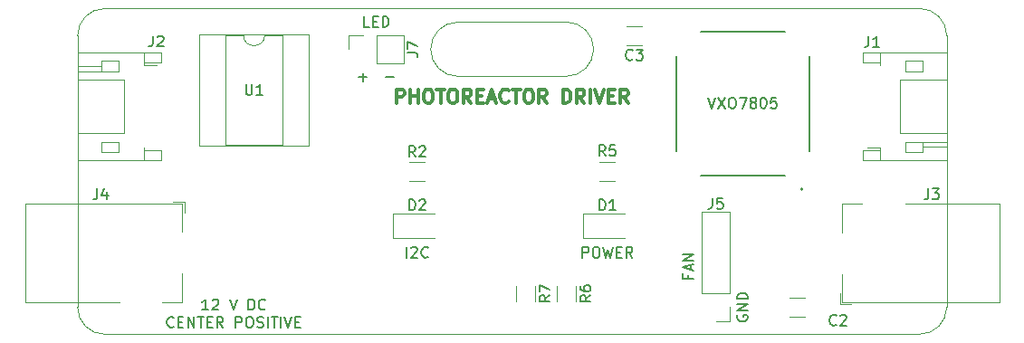
<source format=gbr>
%TF.GenerationSoftware,KiCad,Pcbnew,5.1.8+dfsg1-1+b1*%
%TF.CreationDate,2021-04-24T17:30:00-05:00*%
%TF.ProjectId,driver,64726976-6572-42e6-9b69-6361645f7063,B*%
%TF.SameCoordinates,Original*%
%TF.FileFunction,Legend,Top*%
%TF.FilePolarity,Positive*%
%FSLAX46Y46*%
G04 Gerber Fmt 4.6, Leading zero omitted, Abs format (unit mm)*
G04 Created by KiCad (PCBNEW 5.1.8+dfsg1-1+b1) date 2021-04-24 17:30:00*
%MOMM*%
%LPD*%
G01*
G04 APERTURE LIST*
%ADD10C,0.150000*%
%ADD11C,0.317500*%
%TA.AperFunction,Profile*%
%ADD12C,0.100000*%
%TD*%
%ADD13C,0.127000*%
%ADD14C,0.200000*%
%ADD15C,0.120000*%
G04 APERTURE END LIST*
D10*
X145351904Y-87082380D02*
X145685238Y-88082380D01*
X146018571Y-87082380D01*
X146256666Y-87082380D02*
X146923333Y-88082380D01*
X146923333Y-87082380D02*
X146256666Y-88082380D01*
X147494761Y-87082380D02*
X147685238Y-87082380D01*
X147780476Y-87130000D01*
X147875714Y-87225238D01*
X147923333Y-87415714D01*
X147923333Y-87749047D01*
X147875714Y-87939523D01*
X147780476Y-88034761D01*
X147685238Y-88082380D01*
X147494761Y-88082380D01*
X147399523Y-88034761D01*
X147304285Y-87939523D01*
X147256666Y-87749047D01*
X147256666Y-87415714D01*
X147304285Y-87225238D01*
X147399523Y-87130000D01*
X147494761Y-87082380D01*
X148256666Y-87082380D02*
X148923333Y-87082380D01*
X148494761Y-88082380D01*
X149447142Y-87510952D02*
X149351904Y-87463333D01*
X149304285Y-87415714D01*
X149256666Y-87320476D01*
X149256666Y-87272857D01*
X149304285Y-87177619D01*
X149351904Y-87130000D01*
X149447142Y-87082380D01*
X149637619Y-87082380D01*
X149732857Y-87130000D01*
X149780476Y-87177619D01*
X149828095Y-87272857D01*
X149828095Y-87320476D01*
X149780476Y-87415714D01*
X149732857Y-87463333D01*
X149637619Y-87510952D01*
X149447142Y-87510952D01*
X149351904Y-87558571D01*
X149304285Y-87606190D01*
X149256666Y-87701428D01*
X149256666Y-87891904D01*
X149304285Y-87987142D01*
X149351904Y-88034761D01*
X149447142Y-88082380D01*
X149637619Y-88082380D01*
X149732857Y-88034761D01*
X149780476Y-87987142D01*
X149828095Y-87891904D01*
X149828095Y-87701428D01*
X149780476Y-87606190D01*
X149732857Y-87558571D01*
X149637619Y-87510952D01*
X150447142Y-87082380D02*
X150542380Y-87082380D01*
X150637619Y-87130000D01*
X150685238Y-87177619D01*
X150732857Y-87272857D01*
X150780476Y-87463333D01*
X150780476Y-87701428D01*
X150732857Y-87891904D01*
X150685238Y-87987142D01*
X150637619Y-88034761D01*
X150542380Y-88082380D01*
X150447142Y-88082380D01*
X150351904Y-88034761D01*
X150304285Y-87987142D01*
X150256666Y-87891904D01*
X150209047Y-87701428D01*
X150209047Y-87463333D01*
X150256666Y-87272857D01*
X150304285Y-87177619D01*
X150351904Y-87130000D01*
X150447142Y-87082380D01*
X151685238Y-87082380D02*
X151209047Y-87082380D01*
X151161428Y-87558571D01*
X151209047Y-87510952D01*
X151304285Y-87463333D01*
X151542380Y-87463333D01*
X151637619Y-87510952D01*
X151685238Y-87558571D01*
X151732857Y-87653809D01*
X151732857Y-87891904D01*
X151685238Y-87987142D01*
X151637619Y-88034761D01*
X151542380Y-88082380D01*
X151304285Y-88082380D01*
X151209047Y-88034761D01*
X151161428Y-87987142D01*
X143438571Y-103679523D02*
X143438571Y-104012857D01*
X143962380Y-104012857D02*
X142962380Y-104012857D01*
X142962380Y-103536666D01*
X143676666Y-103203333D02*
X143676666Y-102727142D01*
X143962380Y-103298571D02*
X142962380Y-102965238D01*
X143962380Y-102631904D01*
X143962380Y-102298571D02*
X142962380Y-102298571D01*
X143962380Y-101727142D01*
X142962380Y-101727142D01*
X148090000Y-107441904D02*
X148042380Y-107537142D01*
X148042380Y-107680000D01*
X148090000Y-107822857D01*
X148185238Y-107918095D01*
X148280476Y-107965714D01*
X148470952Y-108013333D01*
X148613809Y-108013333D01*
X148804285Y-107965714D01*
X148899523Y-107918095D01*
X148994761Y-107822857D01*
X149042380Y-107680000D01*
X149042380Y-107584761D01*
X148994761Y-107441904D01*
X148947142Y-107394285D01*
X148613809Y-107394285D01*
X148613809Y-107584761D01*
X149042380Y-106965714D02*
X148042380Y-106965714D01*
X149042380Y-106394285D01*
X148042380Y-106394285D01*
X149042380Y-105918095D02*
X148042380Y-105918095D01*
X148042380Y-105680000D01*
X148090000Y-105537142D01*
X148185238Y-105441904D01*
X148280476Y-105394285D01*
X148470952Y-105346666D01*
X148613809Y-105346666D01*
X148804285Y-105394285D01*
X148899523Y-105441904D01*
X148994761Y-105537142D01*
X149042380Y-105680000D01*
X149042380Y-105918095D01*
X115189047Y-85161428D02*
X115950952Y-85161428D01*
X112649047Y-85161428D02*
X113410952Y-85161428D01*
X113030000Y-85542380D02*
X113030000Y-84780476D01*
X117133809Y-102052380D02*
X117133809Y-101052380D01*
X117562380Y-101147619D02*
X117610000Y-101100000D01*
X117705238Y-101052380D01*
X117943333Y-101052380D01*
X118038571Y-101100000D01*
X118086190Y-101147619D01*
X118133809Y-101242857D01*
X118133809Y-101338095D01*
X118086190Y-101480952D01*
X117514761Y-102052380D01*
X118133809Y-102052380D01*
X119133809Y-101957142D02*
X119086190Y-102004761D01*
X118943333Y-102052380D01*
X118848095Y-102052380D01*
X118705238Y-102004761D01*
X118610000Y-101909523D01*
X118562380Y-101814285D01*
X118514761Y-101623809D01*
X118514761Y-101480952D01*
X118562380Y-101290476D01*
X118610000Y-101195238D01*
X118705238Y-101100000D01*
X118848095Y-101052380D01*
X118943333Y-101052380D01*
X119086190Y-101100000D01*
X119133809Y-101147619D01*
X133580476Y-102052380D02*
X133580476Y-101052380D01*
X133961428Y-101052380D01*
X134056666Y-101100000D01*
X134104285Y-101147619D01*
X134151904Y-101242857D01*
X134151904Y-101385714D01*
X134104285Y-101480952D01*
X134056666Y-101528571D01*
X133961428Y-101576190D01*
X133580476Y-101576190D01*
X134770952Y-101052380D02*
X134961428Y-101052380D01*
X135056666Y-101100000D01*
X135151904Y-101195238D01*
X135199523Y-101385714D01*
X135199523Y-101719047D01*
X135151904Y-101909523D01*
X135056666Y-102004761D01*
X134961428Y-102052380D01*
X134770952Y-102052380D01*
X134675714Y-102004761D01*
X134580476Y-101909523D01*
X134532857Y-101719047D01*
X134532857Y-101385714D01*
X134580476Y-101195238D01*
X134675714Y-101100000D01*
X134770952Y-101052380D01*
X135532857Y-101052380D02*
X135770952Y-102052380D01*
X135961428Y-101338095D01*
X136151904Y-102052380D01*
X136390000Y-101052380D01*
X136770952Y-101528571D02*
X137104285Y-101528571D01*
X137247142Y-102052380D02*
X136770952Y-102052380D01*
X136770952Y-101052380D01*
X137247142Y-101052380D01*
X138247142Y-102052380D02*
X137913809Y-101576190D01*
X137675714Y-102052380D02*
X137675714Y-101052380D01*
X138056666Y-101052380D01*
X138151904Y-101100000D01*
X138199523Y-101147619D01*
X138247142Y-101242857D01*
X138247142Y-101385714D01*
X138199523Y-101480952D01*
X138151904Y-101528571D01*
X138056666Y-101576190D01*
X137675714Y-101576190D01*
X98584047Y-106942380D02*
X98012619Y-106942380D01*
X98298333Y-106942380D02*
X98298333Y-105942380D01*
X98203095Y-106085238D01*
X98107857Y-106180476D01*
X98012619Y-106228095D01*
X98965000Y-106037619D02*
X99012619Y-105990000D01*
X99107857Y-105942380D01*
X99345952Y-105942380D01*
X99441190Y-105990000D01*
X99488809Y-106037619D01*
X99536428Y-106132857D01*
X99536428Y-106228095D01*
X99488809Y-106370952D01*
X98917380Y-106942380D01*
X99536428Y-106942380D01*
X100584047Y-105942380D02*
X100917380Y-106942380D01*
X101250714Y-105942380D01*
X102345952Y-106942380D02*
X102345952Y-105942380D01*
X102584047Y-105942380D01*
X102726904Y-105990000D01*
X102822142Y-106085238D01*
X102869761Y-106180476D01*
X102917380Y-106370952D01*
X102917380Y-106513809D01*
X102869761Y-106704285D01*
X102822142Y-106799523D01*
X102726904Y-106894761D01*
X102584047Y-106942380D01*
X102345952Y-106942380D01*
X103917380Y-106847142D02*
X103869761Y-106894761D01*
X103726904Y-106942380D01*
X103631666Y-106942380D01*
X103488809Y-106894761D01*
X103393571Y-106799523D01*
X103345952Y-106704285D01*
X103298333Y-106513809D01*
X103298333Y-106370952D01*
X103345952Y-106180476D01*
X103393571Y-106085238D01*
X103488809Y-105990000D01*
X103631666Y-105942380D01*
X103726904Y-105942380D01*
X103869761Y-105990000D01*
X103917380Y-106037619D01*
X95345952Y-108497142D02*
X95298333Y-108544761D01*
X95155476Y-108592380D01*
X95060238Y-108592380D01*
X94917380Y-108544761D01*
X94822142Y-108449523D01*
X94774523Y-108354285D01*
X94726904Y-108163809D01*
X94726904Y-108020952D01*
X94774523Y-107830476D01*
X94822142Y-107735238D01*
X94917380Y-107640000D01*
X95060238Y-107592380D01*
X95155476Y-107592380D01*
X95298333Y-107640000D01*
X95345952Y-107687619D01*
X95774523Y-108068571D02*
X96107857Y-108068571D01*
X96250714Y-108592380D02*
X95774523Y-108592380D01*
X95774523Y-107592380D01*
X96250714Y-107592380D01*
X96679285Y-108592380D02*
X96679285Y-107592380D01*
X97250714Y-108592380D01*
X97250714Y-107592380D01*
X97584047Y-107592380D02*
X98155476Y-107592380D01*
X97869761Y-108592380D02*
X97869761Y-107592380D01*
X98488809Y-108068571D02*
X98822142Y-108068571D01*
X98965000Y-108592380D02*
X98488809Y-108592380D01*
X98488809Y-107592380D01*
X98965000Y-107592380D01*
X99965000Y-108592380D02*
X99631666Y-108116190D01*
X99393571Y-108592380D02*
X99393571Y-107592380D01*
X99774523Y-107592380D01*
X99869761Y-107640000D01*
X99917380Y-107687619D01*
X99965000Y-107782857D01*
X99965000Y-107925714D01*
X99917380Y-108020952D01*
X99869761Y-108068571D01*
X99774523Y-108116190D01*
X99393571Y-108116190D01*
X101155476Y-108592380D02*
X101155476Y-107592380D01*
X101536428Y-107592380D01*
X101631666Y-107640000D01*
X101679285Y-107687619D01*
X101726904Y-107782857D01*
X101726904Y-107925714D01*
X101679285Y-108020952D01*
X101631666Y-108068571D01*
X101536428Y-108116190D01*
X101155476Y-108116190D01*
X102345952Y-107592380D02*
X102536428Y-107592380D01*
X102631666Y-107640000D01*
X102726904Y-107735238D01*
X102774523Y-107925714D01*
X102774523Y-108259047D01*
X102726904Y-108449523D01*
X102631666Y-108544761D01*
X102536428Y-108592380D01*
X102345952Y-108592380D01*
X102250714Y-108544761D01*
X102155476Y-108449523D01*
X102107857Y-108259047D01*
X102107857Y-107925714D01*
X102155476Y-107735238D01*
X102250714Y-107640000D01*
X102345952Y-107592380D01*
X103155476Y-108544761D02*
X103298333Y-108592380D01*
X103536428Y-108592380D01*
X103631666Y-108544761D01*
X103679285Y-108497142D01*
X103726904Y-108401904D01*
X103726904Y-108306666D01*
X103679285Y-108211428D01*
X103631666Y-108163809D01*
X103536428Y-108116190D01*
X103345952Y-108068571D01*
X103250714Y-108020952D01*
X103203095Y-107973333D01*
X103155476Y-107878095D01*
X103155476Y-107782857D01*
X103203095Y-107687619D01*
X103250714Y-107640000D01*
X103345952Y-107592380D01*
X103584047Y-107592380D01*
X103726904Y-107640000D01*
X104155476Y-108592380D02*
X104155476Y-107592380D01*
X104488809Y-107592380D02*
X105060238Y-107592380D01*
X104774523Y-108592380D02*
X104774523Y-107592380D01*
X105393571Y-108592380D02*
X105393571Y-107592380D01*
X105726904Y-107592380D02*
X106060238Y-108592380D01*
X106393571Y-107592380D01*
X106726904Y-108068571D02*
X107060238Y-108068571D01*
X107203095Y-108592380D02*
X106726904Y-108592380D01*
X106726904Y-107592380D01*
X107203095Y-107592380D01*
D11*
X116205000Y-87569523D02*
X116205000Y-86299523D01*
X116688809Y-86299523D01*
X116809761Y-86360000D01*
X116870238Y-86420476D01*
X116930714Y-86541428D01*
X116930714Y-86722857D01*
X116870238Y-86843809D01*
X116809761Y-86904285D01*
X116688809Y-86964761D01*
X116205000Y-86964761D01*
X117475000Y-87569523D02*
X117475000Y-86299523D01*
X117475000Y-86904285D02*
X118200714Y-86904285D01*
X118200714Y-87569523D02*
X118200714Y-86299523D01*
X119047380Y-86299523D02*
X119289285Y-86299523D01*
X119410238Y-86360000D01*
X119531190Y-86480952D01*
X119591666Y-86722857D01*
X119591666Y-87146190D01*
X119531190Y-87388095D01*
X119410238Y-87509047D01*
X119289285Y-87569523D01*
X119047380Y-87569523D01*
X118926428Y-87509047D01*
X118805476Y-87388095D01*
X118745000Y-87146190D01*
X118745000Y-86722857D01*
X118805476Y-86480952D01*
X118926428Y-86360000D01*
X119047380Y-86299523D01*
X119954523Y-86299523D02*
X120680238Y-86299523D01*
X120317380Y-87569523D02*
X120317380Y-86299523D01*
X121345476Y-86299523D02*
X121587380Y-86299523D01*
X121708333Y-86360000D01*
X121829285Y-86480952D01*
X121889761Y-86722857D01*
X121889761Y-87146190D01*
X121829285Y-87388095D01*
X121708333Y-87509047D01*
X121587380Y-87569523D01*
X121345476Y-87569523D01*
X121224523Y-87509047D01*
X121103571Y-87388095D01*
X121043095Y-87146190D01*
X121043095Y-86722857D01*
X121103571Y-86480952D01*
X121224523Y-86360000D01*
X121345476Y-86299523D01*
X123159761Y-87569523D02*
X122736428Y-86964761D01*
X122434047Y-87569523D02*
X122434047Y-86299523D01*
X122917857Y-86299523D01*
X123038809Y-86360000D01*
X123099285Y-86420476D01*
X123159761Y-86541428D01*
X123159761Y-86722857D01*
X123099285Y-86843809D01*
X123038809Y-86904285D01*
X122917857Y-86964761D01*
X122434047Y-86964761D01*
X123704047Y-86904285D02*
X124127380Y-86904285D01*
X124308809Y-87569523D02*
X123704047Y-87569523D01*
X123704047Y-86299523D01*
X124308809Y-86299523D01*
X124792619Y-87206666D02*
X125397380Y-87206666D01*
X124671666Y-87569523D02*
X125095000Y-86299523D01*
X125518333Y-87569523D01*
X126667380Y-87448571D02*
X126606904Y-87509047D01*
X126425476Y-87569523D01*
X126304523Y-87569523D01*
X126123095Y-87509047D01*
X126002142Y-87388095D01*
X125941666Y-87267142D01*
X125881190Y-87025238D01*
X125881190Y-86843809D01*
X125941666Y-86601904D01*
X126002142Y-86480952D01*
X126123095Y-86360000D01*
X126304523Y-86299523D01*
X126425476Y-86299523D01*
X126606904Y-86360000D01*
X126667380Y-86420476D01*
X127030238Y-86299523D02*
X127755952Y-86299523D01*
X127393095Y-87569523D02*
X127393095Y-86299523D01*
X128421190Y-86299523D02*
X128663095Y-86299523D01*
X128784047Y-86360000D01*
X128905000Y-86480952D01*
X128965476Y-86722857D01*
X128965476Y-87146190D01*
X128905000Y-87388095D01*
X128784047Y-87509047D01*
X128663095Y-87569523D01*
X128421190Y-87569523D01*
X128300238Y-87509047D01*
X128179285Y-87388095D01*
X128118809Y-87146190D01*
X128118809Y-86722857D01*
X128179285Y-86480952D01*
X128300238Y-86360000D01*
X128421190Y-86299523D01*
X130235476Y-87569523D02*
X129812142Y-86964761D01*
X129509761Y-87569523D02*
X129509761Y-86299523D01*
X129993571Y-86299523D01*
X130114523Y-86360000D01*
X130175000Y-86420476D01*
X130235476Y-86541428D01*
X130235476Y-86722857D01*
X130175000Y-86843809D01*
X130114523Y-86904285D01*
X129993571Y-86964761D01*
X129509761Y-86964761D01*
X131747380Y-87569523D02*
X131747380Y-86299523D01*
X132049761Y-86299523D01*
X132231190Y-86360000D01*
X132352142Y-86480952D01*
X132412619Y-86601904D01*
X132473095Y-86843809D01*
X132473095Y-87025238D01*
X132412619Y-87267142D01*
X132352142Y-87388095D01*
X132231190Y-87509047D01*
X132049761Y-87569523D01*
X131747380Y-87569523D01*
X133743095Y-87569523D02*
X133319761Y-86964761D01*
X133017380Y-87569523D02*
X133017380Y-86299523D01*
X133501190Y-86299523D01*
X133622142Y-86360000D01*
X133682619Y-86420476D01*
X133743095Y-86541428D01*
X133743095Y-86722857D01*
X133682619Y-86843809D01*
X133622142Y-86904285D01*
X133501190Y-86964761D01*
X133017380Y-86964761D01*
X134287380Y-87569523D02*
X134287380Y-86299523D01*
X134710714Y-86299523D02*
X135134047Y-87569523D01*
X135557380Y-86299523D01*
X135980714Y-86904285D02*
X136404047Y-86904285D01*
X136585476Y-87569523D02*
X135980714Y-87569523D01*
X135980714Y-86299523D01*
X136585476Y-86299523D01*
X137855476Y-87569523D02*
X137432142Y-86964761D01*
X137129761Y-87569523D02*
X137129761Y-86299523D01*
X137613571Y-86299523D01*
X137734523Y-86360000D01*
X137795000Y-86420476D01*
X137855476Y-86541428D01*
X137855476Y-86722857D01*
X137795000Y-86843809D01*
X137734523Y-86904285D01*
X137613571Y-86964761D01*
X137129761Y-86964761D01*
D10*
X113657142Y-80462380D02*
X113180952Y-80462380D01*
X113180952Y-79462380D01*
X113990476Y-79938571D02*
X114323809Y-79938571D01*
X114466666Y-80462380D02*
X113990476Y-80462380D01*
X113990476Y-79462380D01*
X114466666Y-79462380D01*
X114895238Y-80462380D02*
X114895238Y-79462380D01*
X115133333Y-79462380D01*
X115276190Y-79510000D01*
X115371428Y-79605238D01*
X115419047Y-79700476D01*
X115466666Y-79890952D01*
X115466666Y-80033809D01*
X115419047Y-80224285D01*
X115371428Y-80319523D01*
X115276190Y-80414761D01*
X115133333Y-80462380D01*
X114895238Y-80462380D01*
D12*
X121920000Y-85090000D02*
G75*
G02*
X119380000Y-82550000I0J2540000D01*
G01*
X165100000Y-78740000D02*
X88900000Y-78740000D01*
X119380000Y-82550000D02*
G75*
G02*
X121920000Y-80010000I2540000J0D01*
G01*
X132080000Y-80010000D02*
G75*
G02*
X134620000Y-82550000I0J-2540000D01*
G01*
X134620000Y-82550000D02*
G75*
G02*
X132080000Y-85090000I-2540000J0D01*
G01*
X132080000Y-80010000D02*
X121920000Y-80010000D01*
X132080000Y-85090000D02*
X121920000Y-85090000D01*
X165100000Y-109220000D02*
X88900000Y-109220000D01*
X86360000Y-81280000D02*
X86360000Y-106680000D01*
X167640000Y-106680000D02*
X167640000Y-81280000D01*
X86360000Y-81280000D02*
G75*
G02*
X88900000Y-78740000I2540000J0D01*
G01*
X88900000Y-109220000D02*
G75*
G02*
X86360000Y-106680000I0J2540000D01*
G01*
X167640000Y-106680000D02*
G75*
G02*
X165100000Y-109220000I-2540000J0D01*
G01*
X165100000Y-78740000D02*
G75*
G02*
X167640000Y-81280000I0J-2540000D01*
G01*
D13*
%TO.C,PS1*%
X154840000Y-83200000D02*
X154840000Y-92060000D01*
X142340000Y-92060000D02*
X142340000Y-83200000D01*
X144660000Y-80880000D02*
X152520000Y-80880000D01*
D14*
X154190000Y-95630000D02*
G75*
G03*
X154190000Y-95630000I-100000J0D01*
G01*
D13*
X152520000Y-94380000D02*
X144660000Y-94380000D01*
D15*
%TO.C,R7*%
X129180000Y-104682936D02*
X129180000Y-106137064D01*
X127360000Y-104682936D02*
X127360000Y-106137064D01*
%TO.C,R6*%
X132990000Y-104682936D02*
X132990000Y-106137064D01*
X131170000Y-104682936D02*
X131170000Y-106137064D01*
%TO.C,J1*%
X161430000Y-91760000D02*
X161430000Y-92040000D01*
X161430000Y-92040000D02*
X159830000Y-92040000D01*
X159830000Y-92040000D02*
X159830000Y-92960000D01*
X159830000Y-92960000D02*
X167650000Y-92960000D01*
X167650000Y-92960000D02*
X167650000Y-82840000D01*
X167650000Y-82840000D02*
X159830000Y-82840000D01*
X159830000Y-82840000D02*
X159830000Y-83760000D01*
X159830000Y-83760000D02*
X161430000Y-83760000D01*
X161430000Y-83760000D02*
X161430000Y-84040000D01*
X167650000Y-90400000D02*
X163290000Y-90400000D01*
X163290000Y-90400000D02*
X163290000Y-85400000D01*
X163290000Y-85400000D02*
X167650000Y-85400000D01*
X161430000Y-92960000D02*
X161430000Y-92040000D01*
X161430000Y-82840000D02*
X161430000Y-83760000D01*
X163790000Y-92200000D02*
X165390000Y-92200000D01*
X165390000Y-92200000D02*
X165390000Y-91200000D01*
X165390000Y-91200000D02*
X163790000Y-91200000D01*
X163790000Y-91200000D02*
X163790000Y-92200000D01*
X163790000Y-83600000D02*
X165390000Y-83600000D01*
X165390000Y-83600000D02*
X165390000Y-84600000D01*
X165390000Y-84600000D02*
X163790000Y-84600000D01*
X163790000Y-84600000D02*
X163790000Y-83600000D01*
X165390000Y-91200000D02*
X167650000Y-91200000D01*
X165390000Y-91700000D02*
X167650000Y-91700000D01*
X161430000Y-91760000D02*
X160215000Y-91760000D01*
%TO.C,R5*%
X135162936Y-93070000D02*
X136617064Y-93070000D01*
X135162936Y-94890000D02*
X136617064Y-94890000D01*
%TO.C,R2*%
X117382936Y-93070000D02*
X118837064Y-93070000D01*
X117382936Y-94890000D02*
X118837064Y-94890000D01*
%TO.C,C3*%
X139141252Y-82190000D02*
X137718748Y-82190000D01*
X139141252Y-80370000D02*
X137718748Y-80370000D01*
%TO.C,C2*%
X152958748Y-105770000D02*
X154381252Y-105770000D01*
X152958748Y-107590000D02*
X154381252Y-107590000D01*
%TO.C,D1*%
X137490000Y-97925000D02*
X133605000Y-97925000D01*
X133605000Y-97925000D02*
X133605000Y-100195000D01*
X133605000Y-100195000D02*
X137490000Y-100195000D01*
%TO.C,J4*%
X96150000Y-97000000D02*
X96150000Y-99600000D01*
X81450000Y-97000000D02*
X96150000Y-97000000D01*
X96150000Y-106200000D02*
X94250000Y-106200000D01*
X96150000Y-103500000D02*
X96150000Y-106200000D01*
X81450000Y-106200000D02*
X81450000Y-97000000D01*
X90250000Y-106200000D02*
X81450000Y-106200000D01*
X95300000Y-96800000D02*
X96350000Y-96800000D01*
X96350000Y-97850000D02*
X96350000Y-96800000D01*
%TO.C,J3*%
X157650000Y-105350000D02*
X157650000Y-106400000D01*
X158700000Y-106400000D02*
X157650000Y-106400000D01*
X163750000Y-97000000D02*
X172550000Y-97000000D01*
X172550000Y-97000000D02*
X172550000Y-106200000D01*
X157850000Y-99700000D02*
X157850000Y-97000000D01*
X157850000Y-97000000D02*
X159750000Y-97000000D01*
X172550000Y-106200000D02*
X157850000Y-106200000D01*
X157850000Y-106200000D02*
X157850000Y-103600000D01*
%TO.C,D2*%
X115825000Y-100195000D02*
X119710000Y-100195000D01*
X115825000Y-97925000D02*
X115825000Y-100195000D01*
X119710000Y-97925000D02*
X115825000Y-97925000D01*
%TO.C,J2*%
X92570000Y-84040000D02*
X92570000Y-83760000D01*
X92570000Y-83760000D02*
X94170000Y-83760000D01*
X94170000Y-83760000D02*
X94170000Y-82840000D01*
X94170000Y-82840000D02*
X86350000Y-82840000D01*
X86350000Y-82840000D02*
X86350000Y-92960000D01*
X86350000Y-92960000D02*
X94170000Y-92960000D01*
X94170000Y-92960000D02*
X94170000Y-92040000D01*
X94170000Y-92040000D02*
X92570000Y-92040000D01*
X92570000Y-92040000D02*
X92570000Y-91760000D01*
X86350000Y-85400000D02*
X90710000Y-85400000D01*
X90710000Y-85400000D02*
X90710000Y-90400000D01*
X90710000Y-90400000D02*
X86350000Y-90400000D01*
X92570000Y-82840000D02*
X92570000Y-83760000D01*
X92570000Y-92960000D02*
X92570000Y-92040000D01*
X90210000Y-83600000D02*
X88610000Y-83600000D01*
X88610000Y-83600000D02*
X88610000Y-84600000D01*
X88610000Y-84600000D02*
X90210000Y-84600000D01*
X90210000Y-84600000D02*
X90210000Y-83600000D01*
X90210000Y-92200000D02*
X88610000Y-92200000D01*
X88610000Y-92200000D02*
X88610000Y-91200000D01*
X88610000Y-91200000D02*
X90210000Y-91200000D01*
X90210000Y-91200000D02*
X90210000Y-92200000D01*
X88610000Y-84600000D02*
X86350000Y-84600000D01*
X88610000Y-84100000D02*
X86350000Y-84100000D01*
X92570000Y-84040000D02*
X93785000Y-84040000D01*
%TO.C,U1*%
X108010000Y-81160000D02*
X97730000Y-81160000D01*
X108010000Y-91560000D02*
X108010000Y-81160000D01*
X97730000Y-91560000D02*
X108010000Y-91560000D01*
X97730000Y-81160000D02*
X97730000Y-91560000D01*
X105520000Y-81220000D02*
X103870000Y-81220000D01*
X105520000Y-91500000D02*
X105520000Y-81220000D01*
X100220000Y-91500000D02*
X105520000Y-91500000D01*
X100220000Y-81220000D02*
X100220000Y-91500000D01*
X101870000Y-81220000D02*
X100220000Y-81220000D01*
X103870000Y-81220000D02*
G75*
G02*
X101870000Y-81220000I-1000000J0D01*
G01*
%TO.C,J5*%
X147380000Y-97730000D02*
X144720000Y-97730000D01*
X147380000Y-105410000D02*
X147380000Y-97730000D01*
X144720000Y-105410000D02*
X144720000Y-97730000D01*
X147380000Y-105410000D02*
X144720000Y-105410000D01*
X147380000Y-106680000D02*
X147380000Y-108010000D01*
X147380000Y-108010000D02*
X146050000Y-108010000D01*
%TO.C,J7*%
X111700000Y-82550000D02*
X111700000Y-81220000D01*
X111700000Y-81220000D02*
X113030000Y-81220000D01*
X114300000Y-81220000D02*
X116900000Y-81220000D01*
X116900000Y-83880000D02*
X116900000Y-81220000D01*
X114300000Y-83880000D02*
X116900000Y-83880000D01*
X114300000Y-83880000D02*
X114300000Y-81220000D01*
%TD*%
%TO.C,R7*%
D10*
X130542380Y-105576666D02*
X130066190Y-105910000D01*
X130542380Y-106148095D02*
X129542380Y-106148095D01*
X129542380Y-105767142D01*
X129590000Y-105671904D01*
X129637619Y-105624285D01*
X129732857Y-105576666D01*
X129875714Y-105576666D01*
X129970952Y-105624285D01*
X130018571Y-105671904D01*
X130066190Y-105767142D01*
X130066190Y-106148095D01*
X129542380Y-105243333D02*
X129542380Y-104576666D01*
X130542380Y-105005238D01*
%TO.C,R6*%
X134352380Y-105576666D02*
X133876190Y-105910000D01*
X134352380Y-106148095D02*
X133352380Y-106148095D01*
X133352380Y-105767142D01*
X133400000Y-105671904D01*
X133447619Y-105624285D01*
X133542857Y-105576666D01*
X133685714Y-105576666D01*
X133780952Y-105624285D01*
X133828571Y-105671904D01*
X133876190Y-105767142D01*
X133876190Y-106148095D01*
X133352380Y-104719523D02*
X133352380Y-104910000D01*
X133400000Y-105005238D01*
X133447619Y-105052857D01*
X133590476Y-105148095D01*
X133780952Y-105195714D01*
X134161904Y-105195714D01*
X134257142Y-105148095D01*
X134304761Y-105100476D01*
X134352380Y-105005238D01*
X134352380Y-104814761D01*
X134304761Y-104719523D01*
X134257142Y-104671904D01*
X134161904Y-104624285D01*
X133923809Y-104624285D01*
X133828571Y-104671904D01*
X133780952Y-104719523D01*
X133733333Y-104814761D01*
X133733333Y-105005238D01*
X133780952Y-105100476D01*
X133828571Y-105148095D01*
X133923809Y-105195714D01*
%TO.C,J1*%
X160321666Y-81335380D02*
X160321666Y-82049666D01*
X160274047Y-82192523D01*
X160178809Y-82287761D01*
X160035952Y-82335380D01*
X159940714Y-82335380D01*
X161321666Y-82335380D02*
X160750238Y-82335380D01*
X161035952Y-82335380D02*
X161035952Y-81335380D01*
X160940714Y-81478238D01*
X160845476Y-81573476D01*
X160750238Y-81621095D01*
%TO.C,R5*%
X135723333Y-92527380D02*
X135390000Y-92051190D01*
X135151904Y-92527380D02*
X135151904Y-91527380D01*
X135532857Y-91527380D01*
X135628095Y-91575000D01*
X135675714Y-91622619D01*
X135723333Y-91717857D01*
X135723333Y-91860714D01*
X135675714Y-91955952D01*
X135628095Y-92003571D01*
X135532857Y-92051190D01*
X135151904Y-92051190D01*
X136628095Y-91527380D02*
X136151904Y-91527380D01*
X136104285Y-92003571D01*
X136151904Y-91955952D01*
X136247142Y-91908333D01*
X136485238Y-91908333D01*
X136580476Y-91955952D01*
X136628095Y-92003571D01*
X136675714Y-92098809D01*
X136675714Y-92336904D01*
X136628095Y-92432142D01*
X136580476Y-92479761D01*
X136485238Y-92527380D01*
X136247142Y-92527380D01*
X136151904Y-92479761D01*
X136104285Y-92432142D01*
%TO.C,R2*%
X117943333Y-92612380D02*
X117610000Y-92136190D01*
X117371904Y-92612380D02*
X117371904Y-91612380D01*
X117752857Y-91612380D01*
X117848095Y-91660000D01*
X117895714Y-91707619D01*
X117943333Y-91802857D01*
X117943333Y-91945714D01*
X117895714Y-92040952D01*
X117848095Y-92088571D01*
X117752857Y-92136190D01*
X117371904Y-92136190D01*
X118324285Y-91707619D02*
X118371904Y-91660000D01*
X118467142Y-91612380D01*
X118705238Y-91612380D01*
X118800476Y-91660000D01*
X118848095Y-91707619D01*
X118895714Y-91802857D01*
X118895714Y-91898095D01*
X118848095Y-92040952D01*
X118276666Y-92612380D01*
X118895714Y-92612380D01*
%TO.C,C3*%
X138263333Y-83487142D02*
X138215714Y-83534761D01*
X138072857Y-83582380D01*
X137977619Y-83582380D01*
X137834761Y-83534761D01*
X137739523Y-83439523D01*
X137691904Y-83344285D01*
X137644285Y-83153809D01*
X137644285Y-83010952D01*
X137691904Y-82820476D01*
X137739523Y-82725238D01*
X137834761Y-82630000D01*
X137977619Y-82582380D01*
X138072857Y-82582380D01*
X138215714Y-82630000D01*
X138263333Y-82677619D01*
X138596666Y-82582380D02*
X139215714Y-82582380D01*
X138882380Y-82963333D01*
X139025238Y-82963333D01*
X139120476Y-83010952D01*
X139168095Y-83058571D01*
X139215714Y-83153809D01*
X139215714Y-83391904D01*
X139168095Y-83487142D01*
X139120476Y-83534761D01*
X139025238Y-83582380D01*
X138739523Y-83582380D01*
X138644285Y-83534761D01*
X138596666Y-83487142D01*
%TO.C,C2*%
X157313333Y-108307142D02*
X157265714Y-108354761D01*
X157122857Y-108402380D01*
X157027619Y-108402380D01*
X156884761Y-108354761D01*
X156789523Y-108259523D01*
X156741904Y-108164285D01*
X156694285Y-107973809D01*
X156694285Y-107830952D01*
X156741904Y-107640476D01*
X156789523Y-107545238D01*
X156884761Y-107450000D01*
X157027619Y-107402380D01*
X157122857Y-107402380D01*
X157265714Y-107450000D01*
X157313333Y-107497619D01*
X157694285Y-107497619D02*
X157741904Y-107450000D01*
X157837142Y-107402380D01*
X158075238Y-107402380D01*
X158170476Y-107450000D01*
X158218095Y-107497619D01*
X158265714Y-107592857D01*
X158265714Y-107688095D01*
X158218095Y-107830952D01*
X157646666Y-108402380D01*
X158265714Y-108402380D01*
%TO.C,D1*%
X135151904Y-97607380D02*
X135151904Y-96607380D01*
X135390000Y-96607380D01*
X135532857Y-96655000D01*
X135628095Y-96750238D01*
X135675714Y-96845476D01*
X135723333Y-97035952D01*
X135723333Y-97178809D01*
X135675714Y-97369285D01*
X135628095Y-97464523D01*
X135532857Y-97559761D01*
X135390000Y-97607380D01*
X135151904Y-97607380D01*
X136675714Y-97607380D02*
X136104285Y-97607380D01*
X136390000Y-97607380D02*
X136390000Y-96607380D01*
X136294761Y-96750238D01*
X136199523Y-96845476D01*
X136104285Y-96893095D01*
%TO.C,J4*%
X88185666Y-95591380D02*
X88185666Y-96305666D01*
X88138047Y-96448523D01*
X88042809Y-96543761D01*
X87899952Y-96591380D01*
X87804714Y-96591380D01*
X89090428Y-95924714D02*
X89090428Y-96591380D01*
X88852333Y-95543761D02*
X88614238Y-96258047D01*
X89233285Y-96258047D01*
%TO.C,J3*%
X165909666Y-95590380D02*
X165909666Y-96304666D01*
X165862047Y-96447523D01*
X165766809Y-96542761D01*
X165623952Y-96590380D01*
X165528714Y-96590380D01*
X166290619Y-95590380D02*
X166909666Y-95590380D01*
X166576333Y-95971333D01*
X166719190Y-95971333D01*
X166814428Y-96018952D01*
X166862047Y-96066571D01*
X166909666Y-96161809D01*
X166909666Y-96399904D01*
X166862047Y-96495142D01*
X166814428Y-96542761D01*
X166719190Y-96590380D01*
X166433476Y-96590380D01*
X166338238Y-96542761D01*
X166290619Y-96495142D01*
%TO.C,D2*%
X117371904Y-97607380D02*
X117371904Y-96607380D01*
X117610000Y-96607380D01*
X117752857Y-96655000D01*
X117848095Y-96750238D01*
X117895714Y-96845476D01*
X117943333Y-97035952D01*
X117943333Y-97178809D01*
X117895714Y-97369285D01*
X117848095Y-97464523D01*
X117752857Y-97559761D01*
X117610000Y-97607380D01*
X117371904Y-97607380D01*
X118324285Y-96702619D02*
X118371904Y-96655000D01*
X118467142Y-96607380D01*
X118705238Y-96607380D01*
X118800476Y-96655000D01*
X118848095Y-96702619D01*
X118895714Y-96797857D01*
X118895714Y-96893095D01*
X118848095Y-97035952D01*
X118276666Y-97607380D01*
X118895714Y-97607380D01*
%TO.C,J2*%
X93392666Y-81304380D02*
X93392666Y-82018666D01*
X93345047Y-82161523D01*
X93249809Y-82256761D01*
X93106952Y-82304380D01*
X93011714Y-82304380D01*
X93821238Y-81399619D02*
X93868857Y-81352000D01*
X93964095Y-81304380D01*
X94202190Y-81304380D01*
X94297428Y-81352000D01*
X94345047Y-81399619D01*
X94392666Y-81494857D01*
X94392666Y-81590095D01*
X94345047Y-81732952D01*
X93773619Y-82304380D01*
X94392666Y-82304380D01*
%TO.C,U1*%
X102108095Y-85812380D02*
X102108095Y-86621904D01*
X102155714Y-86717142D01*
X102203333Y-86764761D01*
X102298571Y-86812380D01*
X102489047Y-86812380D01*
X102584285Y-86764761D01*
X102631904Y-86717142D01*
X102679523Y-86621904D01*
X102679523Y-85812380D01*
X103679523Y-86812380D02*
X103108095Y-86812380D01*
X103393809Y-86812380D02*
X103393809Y-85812380D01*
X103298571Y-85955238D01*
X103203333Y-86050476D01*
X103108095Y-86098095D01*
%TO.C,J5*%
X145716666Y-96480380D02*
X145716666Y-97194666D01*
X145669047Y-97337523D01*
X145573809Y-97432761D01*
X145430952Y-97480380D01*
X145335714Y-97480380D01*
X146669047Y-96480380D02*
X146192857Y-96480380D01*
X146145238Y-96956571D01*
X146192857Y-96908952D01*
X146288095Y-96861333D01*
X146526190Y-96861333D01*
X146621428Y-96908952D01*
X146669047Y-96956571D01*
X146716666Y-97051809D01*
X146716666Y-97289904D01*
X146669047Y-97385142D01*
X146621428Y-97432761D01*
X146526190Y-97480380D01*
X146288095Y-97480380D01*
X146192857Y-97432761D01*
X146145238Y-97385142D01*
%TO.C,J7*%
X117181380Y-82883333D02*
X117895666Y-82883333D01*
X118038523Y-82930952D01*
X118133761Y-83026190D01*
X118181380Y-83169047D01*
X118181380Y-83264285D01*
X117181380Y-82502380D02*
X117181380Y-81835714D01*
X118181380Y-82264285D01*
%TD*%
M02*

</source>
